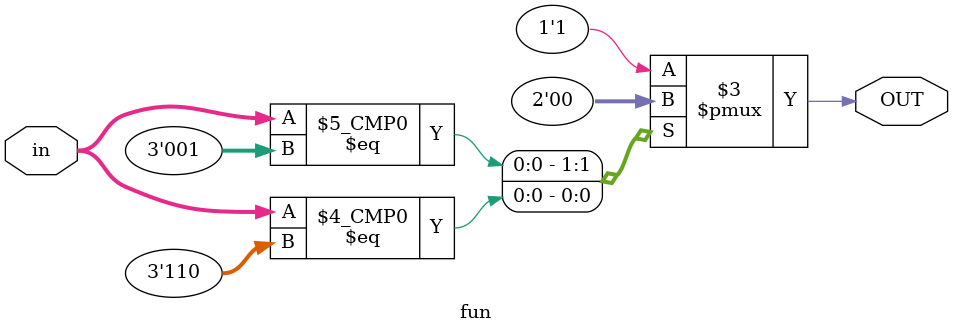
<source format=v>
`timescale 1ns/1ns
module fun(OUT,in);
  input [2:0] in;
  output reg OUT;
  wire [2:0] sel;
    always @(in)
    begin
      case(in)
        3'b001  : OUT=1'b0;
        3'b110: OUT=1'b0;
        default: OUT=1'b1;
      endcase
    end
endmodule

</source>
